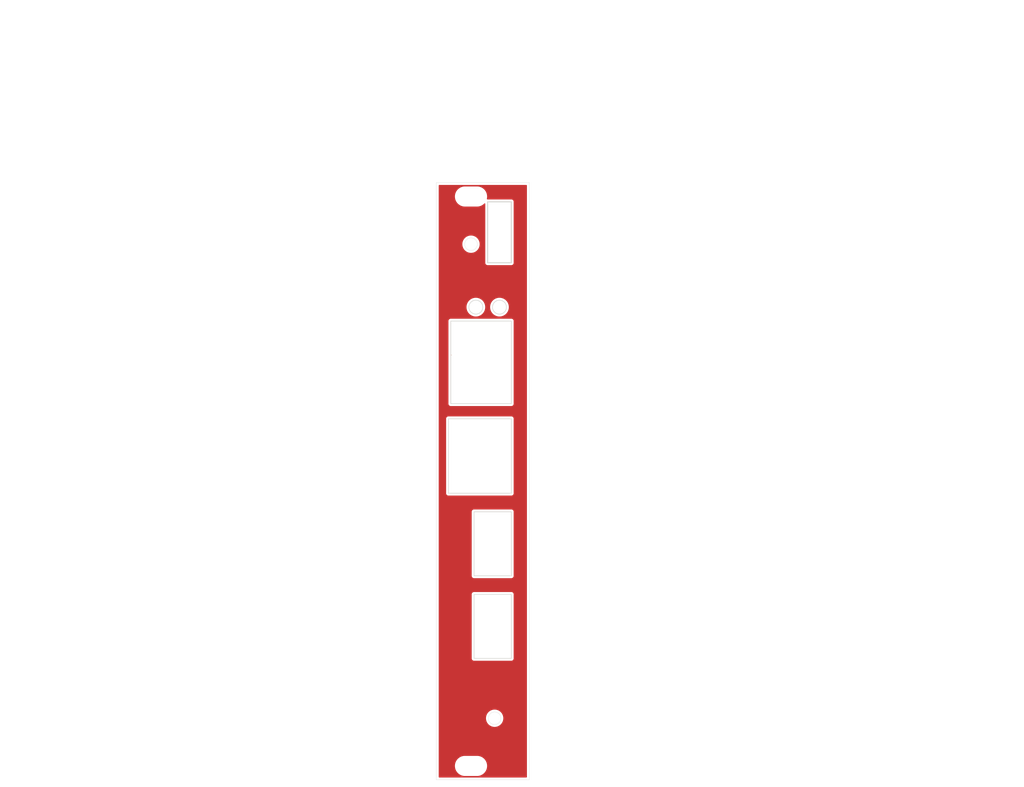
<source format=kicad_pcb>
(kicad_pcb (version 20211014) (generator pcbnew)
  (title_block (title "3U 4HP blanking DIN41612 with PCB mounting hole") (date "2021-08-12") (rev "v1.1") (company "Marten Electric by Martin Niec; www.martenelectric.cz; martenelectric@gmail.com") (comment 1 "PCB dimensions: 20x128mm, 1 layer Aluminium") (comment 2 "Creative Commons Attribution 4.0 International license. CC-BY-4.0"))
  (layers (0 "F.Cu" signal) (31 "B.Cu" signal) (34 "B.Paste" user) (35 "F.Paste" user) (36 "B.SilkS" user "B.Silkscreen") (37 "F.SilkS" user "F.Silkscreen") (38 "B.Mask" user) (39 "F.Mask" user) (44 "Edge.Cuts" user))
  (net 0 "")
  (footprint "Marten Atomics Logo 1" (layer "F.Cu") (at 0 0)
    (fp_text reference "REF**" hide)
    (fp_text value "Marten Atomics Logo 1" hide)
  )
  (footprint "Marten Atomics Logo 1" (layer "F.Cu") (at 0 0)
    (fp_text reference "REF**" hide)
    (fp_text value "Marten Atomics Logo 1" hide)
  )
  (footprint "Marten Atomics Logo 1" (layer "F.Cu") (at 0 0)
    (fp_text reference "REF**" hide)
    (fp_text value "Marten Atomics Logo 1" hide)
  )
  (footprint "MountingHole:MountingHole_2.7mm" (layer "F.Cu") (at 100.996 164.392)
    (fp_text reference "H1" hide)
    (fp_text value "MountingHole_Pad")
    (pad "" np_thru_hole oval locked (at 0 0) (size 5.9 3.3) (drill oval 5.9 3.3) (layers "F.Cu"))
  )
  (footprint "MountingHole:MountingHole_2.7mm" (layer "F.Cu") (at 100.996 41.992)
    (fp_text reference "H1" hide)
    (fp_text value "MountingHole_Pad" hide)
    (pad "" np_thru_hole oval locked (at 0 0) (size 5.9 3.3) (drill oval 5.9 3.3) (layers "F.Cu"))
  )
  (footprint "lib:piface" (layer "B.Cu") (at 109.656 62.02 -90)
    (fp_text reference "REFe" hide)
    (fp_text value "piface" hide)
    (fp_rect (start 14.05 12.85) (end 14.05 12.96) (layer "B.SilkS") (width 0.12) (fill none))
    (fp_rect (start 65.5 0) (end 79.25 8) (layer "Edge.Cuts") (width 0.12) (fill none))
    (fp_rect (start 6.75 13) (end 24.5 0) (layer "Edge.Cuts") (width 0.12) (fill none))
    (fp_rect (start 47.75 0) (end 61.5 8) (layer "Edge.Cuts") (width 0.12) (fill none))
    (fp_rect (start 27.75 0) (end 43.75 13.5) (layer "Edge.Cuts") (width 0.12) (fill none))
    (fp_circle (center 3.75 2.54) (end 5.25 2.54) (layer "Edge.Cuts") (width 0.12) (fill none))
    (fp_circle (center 3.75 7.62) (end 5.25 7.62) (layer "Edge.Cuts") (width 0.12) (fill none))
  )
  (gr_line (start 113.526 38.992) (end 113.526 167.392) (layer "Edge.Cuts") (width 0.05))
  (gr_line (start 93.546 38.992) (end 113.526 38.992) (layer "Edge.Cuts") (width 0.05))
  (gr_line (start 113.526 167.392) (end 93.546 167.392) (layer "Edge.Cuts") (width 0.05))
  (gr_line (start 93.546 167.392) (end 93.546 38.992) (layer "Edge.Cuts") (width 0.05))
  (gr_circle (center 106.076 154.142) (end 107.426 154.142) (layer "Edge.Cuts") (width 0.05) (fill none))
  (gr_rect (start 104.576 43.132) (end 109.656 56.232) (layer "Edge.Cuts") (width 0.2) (fill none))
  (gr_circle (center 100.996 52.242) (end 102.346 52.242) (layer "Edge.Cuts") (width 0.05) (fill none))
  (zone (net 0) (net_name "") (layer "F.Cu") (connect_pads (clearance 0.508)) (min_thickness 0.254) (fill yes (thermal_gap 0.508) (thermal_bridge_width 0.508))
    (polygon (pts (xy 114.546 167.992) (xy 92.546 167.992) (xy 92.546 37.992) (xy 114.546 37.992)))
  )
)
</source>
